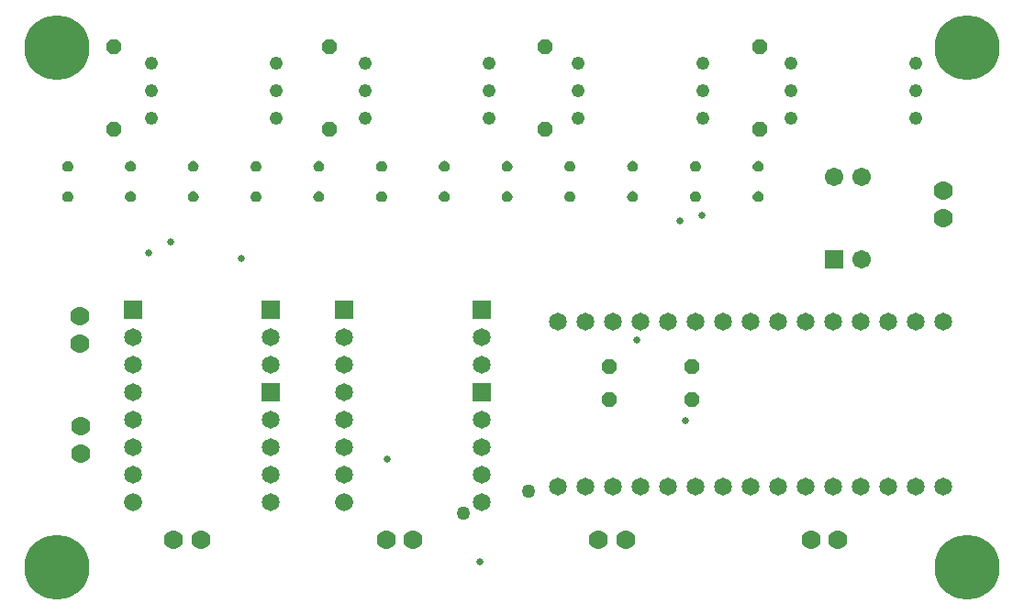
<source format=gbr>
G04 EAGLE Gerber RS-274X export*
G75*
%MOMM*%
%FSLAX34Y34*%
%LPD*%
%INSoldermask Top*%
%IPPOS*%
%AMOC8*
5,1,8,0,0,1.08239X$1,22.5*%
G01*
%ADD10C,6.000000*%
%ADD11C,3.327000*%
%ADD12P,1.457113X8X292.500000*%
%ADD13C,1.777000*%
%ADD14C,1.222000*%
%ADD15C,1.651000*%
%ADD16R,1.651000X1.651000*%
%ADD17C,1.666241*%
%ADD18R,1.707000X1.707000*%
%ADD19C,1.707000*%
%ADD20P,1.457113X8X202.500000*%
%ADD21P,1.457113X8X22.500000*%
%ADD22C,0.635000*%
%ADD23C,1.270000*%

G36*
X40148Y367132D02*
X40148Y367132D01*
X40239Y367131D01*
X41203Y367262D01*
X41251Y367278D01*
X41340Y367297D01*
X42251Y367639D01*
X42294Y367665D01*
X42378Y367704D01*
X43189Y368241D01*
X43225Y368276D01*
X43298Y368332D01*
X43970Y369036D01*
X43998Y369078D01*
X44056Y369149D01*
X44554Y369985D01*
X44555Y369988D01*
X44557Y369990D01*
X44563Y370009D01*
X44572Y370032D01*
X44612Y370114D01*
X44912Y371040D01*
X44919Y371090D01*
X44941Y371179D01*
X45027Y372148D01*
X45023Y372195D01*
X45026Y372270D01*
X44924Y373246D01*
X44910Y373294D01*
X44894Y373384D01*
X44578Y374313D01*
X44554Y374357D01*
X44517Y374442D01*
X44003Y375277D01*
X43969Y375314D01*
X43915Y375389D01*
X43227Y376089D01*
X43186Y376118D01*
X43117Y376178D01*
X42290Y376707D01*
X42244Y376726D01*
X42163Y376770D01*
X41240Y377102D01*
X41190Y377110D01*
X41101Y377135D01*
X40127Y377253D01*
X40077Y377250D01*
X39991Y377254D01*
X38989Y377159D01*
X38940Y377145D01*
X38850Y377129D01*
X37894Y376813D01*
X37849Y376789D01*
X37765Y376754D01*
X36904Y376232D01*
X36866Y376199D01*
X36791Y376146D01*
X36067Y375446D01*
X36038Y375405D01*
X35977Y375336D01*
X35427Y374493D01*
X35407Y374447D01*
X35363Y374366D01*
X35015Y373422D01*
X35006Y373372D01*
X34981Y373284D01*
X34851Y372286D01*
X34853Y372243D01*
X34852Y372117D01*
X34991Y371106D01*
X35007Y371058D01*
X35026Y370968D01*
X35388Y370013D01*
X35414Y369970D01*
X35453Y369886D01*
X36017Y369036D01*
X36052Y368999D01*
X36109Y368927D01*
X36849Y368223D01*
X36891Y368195D01*
X36962Y368137D01*
X37840Y367616D01*
X37887Y367598D01*
X37969Y367557D01*
X38941Y367244D01*
X38991Y367237D01*
X39080Y367216D01*
X40098Y367127D01*
X40148Y367132D01*
G37*
G36*
X387661Y367132D02*
X387661Y367132D01*
X387752Y367131D01*
X388716Y367262D01*
X388764Y367278D01*
X388853Y367297D01*
X389764Y367639D01*
X389807Y367665D01*
X389891Y367704D01*
X390702Y368241D01*
X390738Y368276D01*
X390811Y368332D01*
X391483Y369036D01*
X391511Y369078D01*
X391569Y369149D01*
X392067Y369985D01*
X392068Y369988D01*
X392070Y369990D01*
X392076Y370009D01*
X392085Y370032D01*
X392125Y370114D01*
X392425Y371040D01*
X392432Y371090D01*
X392454Y371179D01*
X392540Y372148D01*
X392536Y372195D01*
X392539Y372270D01*
X392437Y373246D01*
X392423Y373294D01*
X392407Y373384D01*
X392091Y374313D01*
X392067Y374357D01*
X392030Y374442D01*
X391516Y375277D01*
X391482Y375314D01*
X391428Y375389D01*
X390740Y376089D01*
X390699Y376118D01*
X390630Y376178D01*
X389803Y376707D01*
X389757Y376726D01*
X389676Y376770D01*
X388753Y377102D01*
X388703Y377110D01*
X388614Y377135D01*
X387640Y377253D01*
X387590Y377250D01*
X387504Y377254D01*
X386502Y377159D01*
X386453Y377145D01*
X386363Y377129D01*
X385407Y376813D01*
X385362Y376789D01*
X385278Y376754D01*
X384417Y376232D01*
X384379Y376199D01*
X384304Y376146D01*
X383580Y375446D01*
X383551Y375405D01*
X383490Y375336D01*
X382940Y374493D01*
X382920Y374447D01*
X382876Y374366D01*
X382528Y373422D01*
X382519Y373372D01*
X382494Y373284D01*
X382364Y372286D01*
X382366Y372243D01*
X382365Y372117D01*
X382504Y371106D01*
X382520Y371058D01*
X382539Y370968D01*
X382901Y370013D01*
X382927Y369970D01*
X382966Y369886D01*
X383530Y369036D01*
X383565Y368999D01*
X383622Y368927D01*
X384362Y368223D01*
X384404Y368195D01*
X384475Y368137D01*
X385353Y367616D01*
X385400Y367598D01*
X385482Y367557D01*
X386454Y367244D01*
X386504Y367237D01*
X386593Y367216D01*
X387611Y367127D01*
X387661Y367132D01*
G37*
G36*
X155986Y367132D02*
X155986Y367132D01*
X156077Y367131D01*
X157041Y367262D01*
X157089Y367278D01*
X157178Y367297D01*
X158089Y367639D01*
X158132Y367665D01*
X158216Y367704D01*
X159027Y368241D01*
X159063Y368276D01*
X159136Y368332D01*
X159808Y369036D01*
X159836Y369078D01*
X159894Y369149D01*
X160392Y369985D01*
X160393Y369988D01*
X160395Y369990D01*
X160401Y370009D01*
X160410Y370032D01*
X160450Y370114D01*
X160750Y371040D01*
X160757Y371090D01*
X160779Y371179D01*
X160865Y372148D01*
X160861Y372195D01*
X160864Y372270D01*
X160762Y373246D01*
X160748Y373294D01*
X160732Y373384D01*
X160416Y374313D01*
X160392Y374357D01*
X160355Y374442D01*
X159841Y375277D01*
X159807Y375314D01*
X159753Y375389D01*
X159065Y376089D01*
X159024Y376118D01*
X158955Y376178D01*
X158128Y376707D01*
X158082Y376726D01*
X158001Y376770D01*
X157078Y377102D01*
X157028Y377110D01*
X156939Y377135D01*
X155965Y377253D01*
X155915Y377250D01*
X155829Y377254D01*
X154827Y377159D01*
X154778Y377145D01*
X154688Y377129D01*
X153732Y376813D01*
X153687Y376789D01*
X153603Y376754D01*
X152742Y376232D01*
X152704Y376199D01*
X152629Y376146D01*
X151905Y375446D01*
X151876Y375405D01*
X151815Y375336D01*
X151265Y374493D01*
X151245Y374447D01*
X151201Y374366D01*
X150853Y373422D01*
X150844Y373372D01*
X150819Y373284D01*
X150689Y372286D01*
X150691Y372243D01*
X150690Y372117D01*
X150829Y371106D01*
X150845Y371058D01*
X150864Y370968D01*
X151226Y370013D01*
X151252Y369970D01*
X151291Y369886D01*
X151855Y369036D01*
X151890Y368999D01*
X151947Y368927D01*
X152687Y368223D01*
X152729Y368195D01*
X152800Y368137D01*
X153678Y367616D01*
X153725Y367598D01*
X153807Y367557D01*
X154779Y367244D01*
X154829Y367237D01*
X154918Y367216D01*
X155936Y367127D01*
X155986Y367132D01*
G37*
G36*
X677255Y367132D02*
X677255Y367132D01*
X677346Y367131D01*
X678310Y367262D01*
X678358Y367278D01*
X678447Y367297D01*
X679358Y367639D01*
X679401Y367665D01*
X679485Y367704D01*
X680296Y368241D01*
X680332Y368276D01*
X680405Y368332D01*
X681077Y369036D01*
X681105Y369078D01*
X681163Y369149D01*
X681661Y369985D01*
X681662Y369988D01*
X681664Y369990D01*
X681670Y370009D01*
X681679Y370032D01*
X681719Y370114D01*
X682019Y371040D01*
X682026Y371090D01*
X682048Y371179D01*
X682134Y372148D01*
X682130Y372195D01*
X682133Y372270D01*
X682031Y373246D01*
X682017Y373294D01*
X682001Y373384D01*
X681685Y374313D01*
X681661Y374357D01*
X681624Y374442D01*
X681110Y375277D01*
X681076Y375314D01*
X681022Y375389D01*
X680334Y376089D01*
X680293Y376118D01*
X680224Y376178D01*
X679397Y376707D01*
X679351Y376726D01*
X679270Y376770D01*
X678347Y377102D01*
X678297Y377110D01*
X678208Y377135D01*
X677234Y377253D01*
X677184Y377250D01*
X677098Y377254D01*
X676096Y377159D01*
X676047Y377145D01*
X675957Y377129D01*
X675001Y376813D01*
X674956Y376789D01*
X674872Y376754D01*
X674011Y376232D01*
X673973Y376199D01*
X673898Y376146D01*
X673174Y375446D01*
X673145Y375405D01*
X673084Y375336D01*
X672534Y374493D01*
X672514Y374447D01*
X672470Y374366D01*
X672122Y373422D01*
X672113Y373372D01*
X672088Y373284D01*
X671958Y372286D01*
X671960Y372243D01*
X671959Y372117D01*
X672098Y371106D01*
X672114Y371058D01*
X672133Y370968D01*
X672495Y370013D01*
X672521Y369970D01*
X672560Y369886D01*
X673124Y369036D01*
X673159Y368999D01*
X673216Y368927D01*
X673956Y368223D01*
X673998Y368195D01*
X674069Y368137D01*
X674947Y367616D01*
X674994Y367598D01*
X675076Y367557D01*
X676048Y367244D01*
X676098Y367237D01*
X676187Y367216D01*
X677205Y367127D01*
X677255Y367132D01*
G37*
G36*
X213904Y367132D02*
X213904Y367132D01*
X213995Y367131D01*
X214959Y367262D01*
X215007Y367278D01*
X215096Y367297D01*
X216007Y367639D01*
X216050Y367665D01*
X216134Y367704D01*
X216945Y368241D01*
X216981Y368276D01*
X217054Y368332D01*
X217726Y369036D01*
X217754Y369078D01*
X217812Y369149D01*
X218310Y369985D01*
X218311Y369988D01*
X218313Y369990D01*
X218319Y370009D01*
X218328Y370032D01*
X218368Y370114D01*
X218668Y371040D01*
X218675Y371090D01*
X218697Y371179D01*
X218783Y372148D01*
X218779Y372195D01*
X218782Y372270D01*
X218680Y373246D01*
X218666Y373294D01*
X218650Y373384D01*
X218334Y374313D01*
X218310Y374357D01*
X218273Y374442D01*
X217759Y375277D01*
X217725Y375314D01*
X217671Y375389D01*
X216983Y376089D01*
X216942Y376118D01*
X216873Y376178D01*
X216046Y376707D01*
X216000Y376726D01*
X215919Y376770D01*
X214996Y377102D01*
X214946Y377110D01*
X214857Y377135D01*
X213883Y377253D01*
X213833Y377250D01*
X213747Y377254D01*
X212745Y377159D01*
X212696Y377145D01*
X212606Y377129D01*
X211650Y376813D01*
X211605Y376789D01*
X211521Y376754D01*
X210660Y376232D01*
X210622Y376199D01*
X210547Y376146D01*
X209823Y375446D01*
X209794Y375405D01*
X209733Y375336D01*
X209183Y374493D01*
X209163Y374447D01*
X209119Y374366D01*
X208771Y373422D01*
X208762Y373372D01*
X208737Y373284D01*
X208607Y372286D01*
X208609Y372243D01*
X208608Y372117D01*
X208747Y371106D01*
X208763Y371058D01*
X208782Y370968D01*
X209144Y370013D01*
X209170Y369970D01*
X209209Y369886D01*
X209773Y369036D01*
X209808Y368999D01*
X209865Y368927D01*
X210605Y368223D01*
X210647Y368195D01*
X210718Y368137D01*
X211596Y367616D01*
X211643Y367598D01*
X211725Y367557D01*
X212697Y367244D01*
X212747Y367237D01*
X212836Y367216D01*
X213854Y367127D01*
X213904Y367132D01*
G37*
G36*
X445580Y367132D02*
X445580Y367132D01*
X445671Y367131D01*
X446635Y367262D01*
X446683Y367278D01*
X446772Y367297D01*
X447683Y367639D01*
X447726Y367665D01*
X447810Y367704D01*
X448621Y368241D01*
X448657Y368276D01*
X448730Y368332D01*
X449402Y369036D01*
X449430Y369078D01*
X449488Y369149D01*
X449986Y369985D01*
X449987Y369988D01*
X449989Y369990D01*
X449995Y370009D01*
X450004Y370032D01*
X450044Y370114D01*
X450344Y371040D01*
X450351Y371090D01*
X450373Y371179D01*
X450459Y372148D01*
X450455Y372195D01*
X450458Y372270D01*
X450356Y373246D01*
X450342Y373294D01*
X450326Y373384D01*
X450010Y374313D01*
X449986Y374357D01*
X449949Y374442D01*
X449435Y375277D01*
X449401Y375314D01*
X449347Y375389D01*
X448659Y376089D01*
X448618Y376118D01*
X448549Y376178D01*
X447722Y376707D01*
X447676Y376726D01*
X447595Y376770D01*
X446672Y377102D01*
X446622Y377110D01*
X446533Y377135D01*
X445559Y377253D01*
X445509Y377250D01*
X445423Y377254D01*
X444421Y377159D01*
X444372Y377145D01*
X444282Y377129D01*
X443326Y376813D01*
X443281Y376789D01*
X443197Y376754D01*
X442336Y376232D01*
X442298Y376199D01*
X442223Y376146D01*
X441499Y375446D01*
X441470Y375405D01*
X441409Y375336D01*
X440859Y374493D01*
X440839Y374447D01*
X440795Y374366D01*
X440447Y373422D01*
X440438Y373372D01*
X440413Y373284D01*
X440283Y372286D01*
X440285Y372243D01*
X440284Y372117D01*
X440423Y371106D01*
X440439Y371058D01*
X440458Y370968D01*
X440820Y370013D01*
X440846Y369970D01*
X440885Y369886D01*
X441449Y369036D01*
X441484Y368999D01*
X441541Y368927D01*
X442281Y368223D01*
X442323Y368195D01*
X442394Y368137D01*
X443272Y367616D01*
X443319Y367598D01*
X443401Y367557D01*
X444373Y367244D01*
X444423Y367237D01*
X444512Y367216D01*
X445530Y367127D01*
X445580Y367132D01*
G37*
G36*
X98067Y367132D02*
X98067Y367132D01*
X98158Y367131D01*
X99122Y367262D01*
X99170Y367278D01*
X99259Y367297D01*
X100170Y367639D01*
X100213Y367665D01*
X100297Y367704D01*
X101108Y368241D01*
X101144Y368276D01*
X101217Y368332D01*
X101889Y369036D01*
X101917Y369078D01*
X101975Y369149D01*
X102473Y369985D01*
X102474Y369988D01*
X102476Y369990D01*
X102482Y370009D01*
X102491Y370032D01*
X102531Y370114D01*
X102831Y371040D01*
X102838Y371090D01*
X102860Y371179D01*
X102946Y372148D01*
X102942Y372195D01*
X102945Y372270D01*
X102843Y373246D01*
X102829Y373294D01*
X102813Y373384D01*
X102497Y374313D01*
X102473Y374357D01*
X102436Y374442D01*
X101922Y375277D01*
X101888Y375314D01*
X101834Y375389D01*
X101146Y376089D01*
X101105Y376118D01*
X101036Y376178D01*
X100209Y376707D01*
X100163Y376726D01*
X100082Y376770D01*
X99159Y377102D01*
X99109Y377110D01*
X99020Y377135D01*
X98046Y377253D01*
X97996Y377250D01*
X97910Y377254D01*
X96908Y377159D01*
X96859Y377145D01*
X96769Y377129D01*
X95813Y376813D01*
X95768Y376789D01*
X95684Y376754D01*
X94823Y376232D01*
X94785Y376199D01*
X94710Y376146D01*
X93986Y375446D01*
X93957Y375405D01*
X93896Y375336D01*
X93346Y374493D01*
X93326Y374447D01*
X93282Y374366D01*
X92934Y373422D01*
X92925Y373372D01*
X92900Y373284D01*
X92770Y372286D01*
X92772Y372243D01*
X92771Y372117D01*
X92910Y371106D01*
X92926Y371058D01*
X92945Y370968D01*
X93307Y370013D01*
X93333Y369970D01*
X93372Y369886D01*
X93936Y369036D01*
X93971Y368999D01*
X94028Y368927D01*
X94768Y368223D01*
X94810Y368195D01*
X94881Y368137D01*
X95759Y367616D01*
X95806Y367598D01*
X95888Y367557D01*
X96860Y367244D01*
X96910Y367237D01*
X96999Y367216D01*
X98017Y367127D01*
X98067Y367132D01*
G37*
G36*
X271823Y367132D02*
X271823Y367132D01*
X271914Y367131D01*
X272878Y367262D01*
X272926Y367278D01*
X273015Y367297D01*
X273926Y367639D01*
X273969Y367665D01*
X274053Y367704D01*
X274864Y368241D01*
X274900Y368276D01*
X274973Y368332D01*
X275645Y369036D01*
X275673Y369078D01*
X275731Y369149D01*
X276229Y369985D01*
X276230Y369988D01*
X276232Y369990D01*
X276238Y370009D01*
X276247Y370032D01*
X276287Y370114D01*
X276587Y371040D01*
X276594Y371090D01*
X276616Y371179D01*
X276702Y372148D01*
X276698Y372195D01*
X276701Y372270D01*
X276599Y373246D01*
X276585Y373294D01*
X276569Y373384D01*
X276253Y374313D01*
X276229Y374357D01*
X276192Y374442D01*
X275678Y375277D01*
X275644Y375314D01*
X275590Y375389D01*
X274902Y376089D01*
X274861Y376118D01*
X274792Y376178D01*
X273965Y376707D01*
X273919Y376726D01*
X273838Y376770D01*
X272915Y377102D01*
X272865Y377110D01*
X272776Y377135D01*
X271802Y377253D01*
X271752Y377250D01*
X271666Y377254D01*
X270664Y377159D01*
X270615Y377145D01*
X270525Y377129D01*
X269569Y376813D01*
X269524Y376789D01*
X269440Y376754D01*
X268579Y376232D01*
X268541Y376199D01*
X268466Y376146D01*
X267742Y375446D01*
X267713Y375405D01*
X267652Y375336D01*
X267102Y374493D01*
X267082Y374447D01*
X267038Y374366D01*
X266690Y373422D01*
X266681Y373372D01*
X266656Y373284D01*
X266526Y372286D01*
X266528Y372243D01*
X266527Y372117D01*
X266666Y371106D01*
X266682Y371058D01*
X266701Y370968D01*
X267063Y370013D01*
X267089Y369970D01*
X267128Y369886D01*
X267692Y369036D01*
X267727Y368999D01*
X267784Y368927D01*
X268524Y368223D01*
X268566Y368195D01*
X268637Y368137D01*
X269515Y367616D01*
X269562Y367598D01*
X269644Y367557D01*
X270616Y367244D01*
X270666Y367237D01*
X270755Y367216D01*
X271773Y367127D01*
X271823Y367132D01*
G37*
G36*
X503499Y367132D02*
X503499Y367132D01*
X503590Y367131D01*
X504554Y367262D01*
X504602Y367278D01*
X504691Y367297D01*
X505602Y367639D01*
X505645Y367665D01*
X505729Y367704D01*
X506540Y368241D01*
X506576Y368276D01*
X506649Y368332D01*
X507321Y369036D01*
X507349Y369078D01*
X507407Y369149D01*
X507905Y369985D01*
X507906Y369988D01*
X507908Y369990D01*
X507914Y370009D01*
X507923Y370032D01*
X507963Y370114D01*
X508263Y371040D01*
X508270Y371090D01*
X508292Y371179D01*
X508378Y372148D01*
X508374Y372195D01*
X508377Y372270D01*
X508275Y373246D01*
X508261Y373294D01*
X508245Y373384D01*
X507929Y374313D01*
X507905Y374357D01*
X507868Y374442D01*
X507354Y375277D01*
X507320Y375314D01*
X507266Y375389D01*
X506578Y376089D01*
X506537Y376118D01*
X506468Y376178D01*
X505641Y376707D01*
X505595Y376726D01*
X505514Y376770D01*
X504591Y377102D01*
X504541Y377110D01*
X504452Y377135D01*
X503478Y377253D01*
X503428Y377250D01*
X503342Y377254D01*
X502340Y377159D01*
X502291Y377145D01*
X502201Y377129D01*
X501245Y376813D01*
X501200Y376789D01*
X501116Y376754D01*
X500255Y376232D01*
X500217Y376199D01*
X500142Y376146D01*
X499418Y375446D01*
X499389Y375405D01*
X499328Y375336D01*
X498778Y374493D01*
X498758Y374447D01*
X498714Y374366D01*
X498366Y373422D01*
X498357Y373372D01*
X498332Y373284D01*
X498202Y372286D01*
X498204Y372243D01*
X498203Y372117D01*
X498342Y371106D01*
X498358Y371058D01*
X498377Y370968D01*
X498739Y370013D01*
X498765Y369970D01*
X498804Y369886D01*
X499368Y369036D01*
X499403Y368999D01*
X499460Y368927D01*
X500200Y368223D01*
X500242Y368195D01*
X500313Y368137D01*
X501191Y367616D01*
X501238Y367598D01*
X501320Y367557D01*
X502292Y367244D01*
X502342Y367237D01*
X502431Y367216D01*
X503449Y367127D01*
X503499Y367132D01*
G37*
G36*
X329742Y367132D02*
X329742Y367132D01*
X329833Y367131D01*
X330797Y367262D01*
X330845Y367278D01*
X330934Y367297D01*
X331845Y367639D01*
X331888Y367665D01*
X331972Y367704D01*
X332783Y368241D01*
X332819Y368276D01*
X332892Y368332D01*
X333564Y369036D01*
X333592Y369078D01*
X333650Y369149D01*
X334148Y369985D01*
X334149Y369988D01*
X334151Y369990D01*
X334157Y370009D01*
X334166Y370032D01*
X334206Y370114D01*
X334506Y371040D01*
X334513Y371090D01*
X334535Y371179D01*
X334621Y372148D01*
X334617Y372195D01*
X334620Y372270D01*
X334518Y373246D01*
X334504Y373294D01*
X334488Y373384D01*
X334172Y374313D01*
X334148Y374357D01*
X334111Y374442D01*
X333597Y375277D01*
X333563Y375314D01*
X333509Y375389D01*
X332821Y376089D01*
X332780Y376118D01*
X332711Y376178D01*
X331884Y376707D01*
X331838Y376726D01*
X331757Y376770D01*
X330834Y377102D01*
X330784Y377110D01*
X330695Y377135D01*
X329721Y377253D01*
X329671Y377250D01*
X329585Y377254D01*
X328583Y377159D01*
X328534Y377145D01*
X328444Y377129D01*
X327488Y376813D01*
X327443Y376789D01*
X327359Y376754D01*
X326498Y376232D01*
X326460Y376199D01*
X326385Y376146D01*
X325661Y375446D01*
X325632Y375405D01*
X325571Y375336D01*
X325021Y374493D01*
X325001Y374447D01*
X324957Y374366D01*
X324609Y373422D01*
X324600Y373372D01*
X324575Y373284D01*
X324445Y372286D01*
X324447Y372243D01*
X324446Y372117D01*
X324585Y371106D01*
X324601Y371058D01*
X324620Y370968D01*
X324982Y370013D01*
X325008Y369970D01*
X325047Y369886D01*
X325611Y369036D01*
X325646Y368999D01*
X325703Y368927D01*
X326443Y368223D01*
X326485Y368195D01*
X326556Y368137D01*
X327434Y367616D01*
X327481Y367598D01*
X327563Y367557D01*
X328535Y367244D01*
X328585Y367237D01*
X328674Y367216D01*
X329692Y367127D01*
X329742Y367132D01*
G37*
G36*
X619336Y367132D02*
X619336Y367132D01*
X619427Y367131D01*
X620391Y367262D01*
X620439Y367278D01*
X620528Y367297D01*
X621439Y367639D01*
X621482Y367665D01*
X621566Y367704D01*
X622377Y368241D01*
X622413Y368276D01*
X622486Y368332D01*
X623158Y369036D01*
X623186Y369078D01*
X623244Y369149D01*
X623742Y369985D01*
X623743Y369988D01*
X623745Y369990D01*
X623751Y370009D01*
X623760Y370032D01*
X623800Y370114D01*
X624100Y371040D01*
X624107Y371090D01*
X624129Y371179D01*
X624215Y372148D01*
X624211Y372195D01*
X624214Y372270D01*
X624112Y373246D01*
X624098Y373294D01*
X624082Y373384D01*
X623766Y374313D01*
X623742Y374357D01*
X623705Y374442D01*
X623191Y375277D01*
X623157Y375314D01*
X623103Y375389D01*
X622415Y376089D01*
X622374Y376118D01*
X622305Y376178D01*
X621478Y376707D01*
X621432Y376726D01*
X621351Y376770D01*
X620428Y377102D01*
X620378Y377110D01*
X620289Y377135D01*
X619315Y377253D01*
X619265Y377250D01*
X619179Y377254D01*
X618177Y377159D01*
X618128Y377145D01*
X618038Y377129D01*
X617082Y376813D01*
X617037Y376789D01*
X616953Y376754D01*
X616092Y376232D01*
X616054Y376199D01*
X615979Y376146D01*
X615255Y375446D01*
X615226Y375405D01*
X615165Y375336D01*
X614615Y374493D01*
X614595Y374447D01*
X614551Y374366D01*
X614203Y373422D01*
X614194Y373372D01*
X614169Y373284D01*
X614039Y372286D01*
X614041Y372243D01*
X614040Y372117D01*
X614179Y371106D01*
X614195Y371058D01*
X614214Y370968D01*
X614576Y370013D01*
X614602Y369970D01*
X614641Y369886D01*
X615205Y369036D01*
X615240Y368999D01*
X615297Y368927D01*
X616037Y368223D01*
X616079Y368195D01*
X616150Y368137D01*
X617028Y367616D01*
X617075Y367598D01*
X617157Y367557D01*
X618129Y367244D01*
X618179Y367237D01*
X618268Y367216D01*
X619286Y367127D01*
X619336Y367132D01*
G37*
G36*
X561417Y367132D02*
X561417Y367132D01*
X561508Y367131D01*
X562472Y367262D01*
X562520Y367278D01*
X562609Y367297D01*
X563520Y367639D01*
X563563Y367665D01*
X563647Y367704D01*
X564458Y368241D01*
X564494Y368276D01*
X564567Y368332D01*
X565239Y369036D01*
X565267Y369078D01*
X565325Y369149D01*
X565823Y369985D01*
X565824Y369988D01*
X565826Y369990D01*
X565832Y370009D01*
X565841Y370032D01*
X565881Y370114D01*
X566181Y371040D01*
X566188Y371090D01*
X566210Y371179D01*
X566296Y372148D01*
X566292Y372195D01*
X566295Y372270D01*
X566193Y373246D01*
X566179Y373294D01*
X566163Y373384D01*
X565847Y374313D01*
X565823Y374357D01*
X565786Y374442D01*
X565272Y375277D01*
X565238Y375314D01*
X565184Y375389D01*
X564496Y376089D01*
X564455Y376118D01*
X564386Y376178D01*
X563559Y376707D01*
X563513Y376726D01*
X563432Y376770D01*
X562509Y377102D01*
X562459Y377110D01*
X562370Y377135D01*
X561396Y377253D01*
X561346Y377250D01*
X561260Y377254D01*
X560258Y377159D01*
X560209Y377145D01*
X560119Y377129D01*
X559163Y376813D01*
X559118Y376789D01*
X559034Y376754D01*
X558173Y376232D01*
X558135Y376199D01*
X558060Y376146D01*
X557336Y375446D01*
X557307Y375405D01*
X557246Y375336D01*
X556696Y374493D01*
X556676Y374447D01*
X556632Y374366D01*
X556284Y373422D01*
X556275Y373372D01*
X556250Y373284D01*
X556120Y372286D01*
X556122Y372243D01*
X556121Y372117D01*
X556260Y371106D01*
X556276Y371058D01*
X556295Y370968D01*
X556657Y370013D01*
X556683Y369970D01*
X556722Y369886D01*
X557286Y369036D01*
X557321Y368999D01*
X557378Y368927D01*
X558118Y368223D01*
X558160Y368195D01*
X558231Y368137D01*
X559109Y367616D01*
X559156Y367598D01*
X559238Y367557D01*
X560210Y367244D01*
X560260Y367237D01*
X560349Y367216D01*
X561367Y367127D01*
X561417Y367132D01*
G37*
G36*
X387661Y395123D02*
X387661Y395123D01*
X387752Y395122D01*
X388716Y395253D01*
X388764Y395269D01*
X388853Y395288D01*
X389764Y395630D01*
X389807Y395656D01*
X389891Y395695D01*
X390702Y396232D01*
X390738Y396267D01*
X390811Y396323D01*
X391483Y397027D01*
X391511Y397069D01*
X391569Y397140D01*
X392067Y397976D01*
X392068Y397979D01*
X392070Y397981D01*
X392076Y398001D01*
X392085Y398023D01*
X392125Y398105D01*
X392425Y399031D01*
X392432Y399081D01*
X392454Y399170D01*
X392540Y400139D01*
X392536Y400186D01*
X392539Y400261D01*
X392437Y401237D01*
X392423Y401285D01*
X392407Y401375D01*
X392091Y402304D01*
X392067Y402348D01*
X392030Y402433D01*
X391516Y403268D01*
X391482Y403305D01*
X391428Y403380D01*
X390740Y404080D01*
X390699Y404109D01*
X390630Y404169D01*
X389803Y404698D01*
X389757Y404717D01*
X389676Y404761D01*
X388753Y405093D01*
X388703Y405101D01*
X388614Y405126D01*
X387640Y405244D01*
X387590Y405241D01*
X387504Y405245D01*
X386502Y405150D01*
X386453Y405136D01*
X386363Y405120D01*
X385407Y404804D01*
X385362Y404780D01*
X385278Y404745D01*
X384417Y404223D01*
X384379Y404190D01*
X384304Y404137D01*
X383580Y403437D01*
X383551Y403396D01*
X383490Y403327D01*
X382940Y402484D01*
X382920Y402438D01*
X382876Y402357D01*
X382528Y401413D01*
X382519Y401363D01*
X382494Y401275D01*
X382364Y400277D01*
X382366Y400234D01*
X382365Y400108D01*
X382504Y399097D01*
X382520Y399049D01*
X382539Y398959D01*
X382901Y398004D01*
X382927Y397961D01*
X382966Y397877D01*
X383530Y397027D01*
X383565Y396990D01*
X383622Y396918D01*
X384362Y396214D01*
X384404Y396186D01*
X384475Y396128D01*
X385353Y395607D01*
X385400Y395589D01*
X385482Y395548D01*
X386454Y395235D01*
X386504Y395228D01*
X386593Y395207D01*
X387611Y395118D01*
X387661Y395123D01*
G37*
G36*
X329742Y395123D02*
X329742Y395123D01*
X329833Y395122D01*
X330797Y395253D01*
X330845Y395269D01*
X330934Y395288D01*
X331845Y395630D01*
X331888Y395656D01*
X331972Y395695D01*
X332783Y396232D01*
X332819Y396267D01*
X332892Y396323D01*
X333564Y397027D01*
X333592Y397069D01*
X333650Y397140D01*
X334148Y397976D01*
X334149Y397979D01*
X334151Y397981D01*
X334157Y398001D01*
X334166Y398023D01*
X334206Y398105D01*
X334506Y399031D01*
X334513Y399081D01*
X334535Y399170D01*
X334621Y400139D01*
X334617Y400186D01*
X334620Y400261D01*
X334518Y401237D01*
X334504Y401285D01*
X334488Y401375D01*
X334172Y402304D01*
X334148Y402348D01*
X334111Y402433D01*
X333597Y403268D01*
X333563Y403305D01*
X333509Y403380D01*
X332821Y404080D01*
X332780Y404109D01*
X332711Y404169D01*
X331884Y404698D01*
X331838Y404717D01*
X331757Y404761D01*
X330834Y405093D01*
X330784Y405101D01*
X330695Y405126D01*
X329721Y405244D01*
X329671Y405241D01*
X329585Y405245D01*
X328583Y405150D01*
X328534Y405136D01*
X328444Y405120D01*
X327488Y404804D01*
X327443Y404780D01*
X327359Y404745D01*
X326498Y404223D01*
X326460Y404190D01*
X326385Y404137D01*
X325661Y403437D01*
X325632Y403396D01*
X325571Y403327D01*
X325021Y402484D01*
X325001Y402438D01*
X324957Y402357D01*
X324609Y401413D01*
X324600Y401363D01*
X324575Y401275D01*
X324445Y400277D01*
X324447Y400234D01*
X324446Y400108D01*
X324585Y399097D01*
X324601Y399049D01*
X324620Y398959D01*
X324982Y398004D01*
X325008Y397961D01*
X325047Y397877D01*
X325611Y397027D01*
X325646Y396990D01*
X325703Y396918D01*
X326443Y396214D01*
X326485Y396186D01*
X326556Y396128D01*
X327434Y395607D01*
X327481Y395589D01*
X327563Y395548D01*
X328535Y395235D01*
X328585Y395228D01*
X328674Y395207D01*
X329692Y395118D01*
X329742Y395123D01*
G37*
G36*
X561417Y395123D02*
X561417Y395123D01*
X561508Y395122D01*
X562472Y395253D01*
X562520Y395269D01*
X562609Y395288D01*
X563520Y395630D01*
X563563Y395656D01*
X563647Y395695D01*
X564458Y396232D01*
X564494Y396267D01*
X564567Y396323D01*
X565239Y397027D01*
X565267Y397069D01*
X565325Y397140D01*
X565823Y397976D01*
X565824Y397979D01*
X565826Y397981D01*
X565832Y398001D01*
X565841Y398023D01*
X565881Y398105D01*
X566181Y399031D01*
X566188Y399081D01*
X566210Y399170D01*
X566296Y400139D01*
X566292Y400186D01*
X566295Y400261D01*
X566193Y401237D01*
X566179Y401285D01*
X566163Y401375D01*
X565847Y402304D01*
X565823Y402348D01*
X565786Y402433D01*
X565272Y403268D01*
X565238Y403305D01*
X565184Y403380D01*
X564496Y404080D01*
X564455Y404109D01*
X564386Y404169D01*
X563559Y404698D01*
X563513Y404717D01*
X563432Y404761D01*
X562509Y405093D01*
X562459Y405101D01*
X562370Y405126D01*
X561396Y405244D01*
X561346Y405241D01*
X561260Y405245D01*
X560258Y405150D01*
X560209Y405136D01*
X560119Y405120D01*
X559163Y404804D01*
X559118Y404780D01*
X559034Y404745D01*
X558173Y404223D01*
X558135Y404190D01*
X558060Y404137D01*
X557336Y403437D01*
X557307Y403396D01*
X557246Y403327D01*
X556696Y402484D01*
X556676Y402438D01*
X556632Y402357D01*
X556284Y401413D01*
X556275Y401363D01*
X556250Y401275D01*
X556120Y400277D01*
X556122Y400234D01*
X556121Y400108D01*
X556260Y399097D01*
X556276Y399049D01*
X556295Y398959D01*
X556657Y398004D01*
X556683Y397961D01*
X556722Y397877D01*
X557286Y397027D01*
X557321Y396990D01*
X557378Y396918D01*
X558118Y396214D01*
X558160Y396186D01*
X558231Y396128D01*
X559109Y395607D01*
X559156Y395589D01*
X559238Y395548D01*
X560210Y395235D01*
X560260Y395228D01*
X560349Y395207D01*
X561367Y395118D01*
X561417Y395123D01*
G37*
G36*
X619336Y395123D02*
X619336Y395123D01*
X619427Y395122D01*
X620391Y395253D01*
X620439Y395269D01*
X620528Y395288D01*
X621439Y395630D01*
X621482Y395656D01*
X621566Y395695D01*
X622377Y396232D01*
X622413Y396267D01*
X622486Y396323D01*
X623158Y397027D01*
X623186Y397069D01*
X623244Y397140D01*
X623742Y397976D01*
X623743Y397979D01*
X623745Y397981D01*
X623751Y398001D01*
X623760Y398023D01*
X623800Y398105D01*
X624100Y399031D01*
X624107Y399081D01*
X624129Y399170D01*
X624215Y400139D01*
X624211Y400186D01*
X624214Y400261D01*
X624112Y401237D01*
X624098Y401285D01*
X624082Y401375D01*
X623766Y402304D01*
X623742Y402348D01*
X623705Y402433D01*
X623191Y403268D01*
X623157Y403305D01*
X623103Y403380D01*
X622415Y404080D01*
X622374Y404109D01*
X622305Y404169D01*
X621478Y404698D01*
X621432Y404717D01*
X621351Y404761D01*
X620428Y405093D01*
X620378Y405101D01*
X620289Y405126D01*
X619315Y405244D01*
X619265Y405241D01*
X619179Y405245D01*
X618177Y405150D01*
X618128Y405136D01*
X618038Y405120D01*
X617082Y404804D01*
X617037Y404780D01*
X616953Y404745D01*
X616092Y404223D01*
X616054Y404190D01*
X615979Y404137D01*
X615255Y403437D01*
X615226Y403396D01*
X615165Y403327D01*
X614615Y402484D01*
X614595Y402438D01*
X614551Y402357D01*
X614203Y401413D01*
X614194Y401363D01*
X614169Y401275D01*
X614039Y400277D01*
X614041Y400234D01*
X614040Y400108D01*
X614179Y399097D01*
X614195Y399049D01*
X614214Y398959D01*
X614576Y398004D01*
X614602Y397961D01*
X614641Y397877D01*
X615205Y397027D01*
X615240Y396990D01*
X615297Y396918D01*
X616037Y396214D01*
X616079Y396186D01*
X616150Y396128D01*
X617028Y395607D01*
X617075Y395589D01*
X617157Y395548D01*
X618129Y395235D01*
X618179Y395228D01*
X618268Y395207D01*
X619286Y395118D01*
X619336Y395123D01*
G37*
G36*
X503499Y395123D02*
X503499Y395123D01*
X503590Y395122D01*
X504554Y395253D01*
X504602Y395269D01*
X504691Y395288D01*
X505602Y395630D01*
X505645Y395656D01*
X505729Y395695D01*
X506540Y396232D01*
X506576Y396267D01*
X506649Y396323D01*
X507321Y397027D01*
X507349Y397069D01*
X507407Y397140D01*
X507905Y397976D01*
X507906Y397979D01*
X507908Y397981D01*
X507914Y398001D01*
X507923Y398023D01*
X507963Y398105D01*
X508263Y399031D01*
X508270Y399081D01*
X508292Y399170D01*
X508378Y400139D01*
X508374Y400186D01*
X508377Y400261D01*
X508275Y401237D01*
X508261Y401285D01*
X508245Y401375D01*
X507929Y402304D01*
X507905Y402348D01*
X507868Y402433D01*
X507354Y403268D01*
X507320Y403305D01*
X507266Y403380D01*
X506578Y404080D01*
X506537Y404109D01*
X506468Y404169D01*
X505641Y404698D01*
X505595Y404717D01*
X505514Y404761D01*
X504591Y405093D01*
X504541Y405101D01*
X504452Y405126D01*
X503478Y405244D01*
X503428Y405241D01*
X503342Y405245D01*
X502340Y405150D01*
X502291Y405136D01*
X502201Y405120D01*
X501245Y404804D01*
X501200Y404780D01*
X501116Y404745D01*
X500255Y404223D01*
X500217Y404190D01*
X500142Y404137D01*
X499418Y403437D01*
X499389Y403396D01*
X499328Y403327D01*
X498778Y402484D01*
X498758Y402438D01*
X498714Y402357D01*
X498366Y401413D01*
X498357Y401363D01*
X498332Y401275D01*
X498202Y400277D01*
X498204Y400234D01*
X498203Y400108D01*
X498342Y399097D01*
X498358Y399049D01*
X498377Y398959D01*
X498739Y398004D01*
X498765Y397961D01*
X498804Y397877D01*
X499368Y397027D01*
X499403Y396990D01*
X499460Y396918D01*
X500200Y396214D01*
X500242Y396186D01*
X500313Y396128D01*
X501191Y395607D01*
X501238Y395589D01*
X501320Y395548D01*
X502292Y395235D01*
X502342Y395228D01*
X502431Y395207D01*
X503449Y395118D01*
X503499Y395123D01*
G37*
G36*
X445580Y395123D02*
X445580Y395123D01*
X445671Y395122D01*
X446635Y395253D01*
X446683Y395269D01*
X446772Y395288D01*
X447683Y395630D01*
X447726Y395656D01*
X447810Y395695D01*
X448621Y396232D01*
X448657Y396267D01*
X448730Y396323D01*
X449402Y397027D01*
X449430Y397069D01*
X449488Y397140D01*
X449986Y397976D01*
X449987Y397979D01*
X449989Y397981D01*
X449995Y398001D01*
X450004Y398023D01*
X450044Y398105D01*
X450344Y399031D01*
X450351Y399081D01*
X450373Y399170D01*
X450459Y400139D01*
X450455Y400186D01*
X450458Y400261D01*
X450356Y401237D01*
X450342Y401285D01*
X450326Y401375D01*
X450010Y402304D01*
X449986Y402348D01*
X449949Y402433D01*
X449435Y403268D01*
X449401Y403305D01*
X449347Y403380D01*
X448659Y404080D01*
X448618Y404109D01*
X448549Y404169D01*
X447722Y404698D01*
X447676Y404717D01*
X447595Y404761D01*
X446672Y405093D01*
X446622Y405101D01*
X446533Y405126D01*
X445559Y405244D01*
X445509Y405241D01*
X445423Y405245D01*
X444421Y405150D01*
X444372Y405136D01*
X444282Y405120D01*
X443326Y404804D01*
X443281Y404780D01*
X443197Y404745D01*
X442336Y404223D01*
X442298Y404190D01*
X442223Y404137D01*
X441499Y403437D01*
X441470Y403396D01*
X441409Y403327D01*
X440859Y402484D01*
X440839Y402438D01*
X440795Y402357D01*
X440447Y401413D01*
X440438Y401363D01*
X440413Y401275D01*
X440283Y400277D01*
X440285Y400234D01*
X440284Y400108D01*
X440423Y399097D01*
X440439Y399049D01*
X440458Y398959D01*
X440820Y398004D01*
X440846Y397961D01*
X440885Y397877D01*
X441449Y397027D01*
X441484Y396990D01*
X441541Y396918D01*
X442281Y396214D01*
X442323Y396186D01*
X442394Y396128D01*
X443272Y395607D01*
X443319Y395589D01*
X443401Y395548D01*
X444373Y395235D01*
X444423Y395228D01*
X444512Y395207D01*
X445530Y395118D01*
X445580Y395123D01*
G37*
G36*
X271823Y395123D02*
X271823Y395123D01*
X271914Y395122D01*
X272878Y395253D01*
X272926Y395269D01*
X273015Y395288D01*
X273926Y395630D01*
X273969Y395656D01*
X274053Y395695D01*
X274864Y396232D01*
X274900Y396267D01*
X274973Y396323D01*
X275645Y397027D01*
X275673Y397069D01*
X275731Y397140D01*
X276229Y397976D01*
X276230Y397979D01*
X276232Y397981D01*
X276238Y398001D01*
X276247Y398023D01*
X276287Y398105D01*
X276587Y399031D01*
X276594Y399081D01*
X276616Y399170D01*
X276702Y400139D01*
X276698Y400186D01*
X276701Y400261D01*
X276599Y401237D01*
X276585Y401285D01*
X276569Y401375D01*
X276253Y402304D01*
X276229Y402348D01*
X276192Y402433D01*
X275678Y403268D01*
X275644Y403305D01*
X275590Y403380D01*
X274902Y404080D01*
X274861Y404109D01*
X274792Y404169D01*
X273965Y404698D01*
X273919Y404717D01*
X273838Y404761D01*
X272915Y405093D01*
X272865Y405101D01*
X272776Y405126D01*
X271802Y405244D01*
X271752Y405241D01*
X271666Y405245D01*
X270664Y405150D01*
X270615Y405136D01*
X270525Y405120D01*
X269569Y404804D01*
X269524Y404780D01*
X269440Y404745D01*
X268579Y404223D01*
X268541Y404190D01*
X268466Y404137D01*
X267742Y403437D01*
X267713Y403396D01*
X267652Y403327D01*
X267102Y402484D01*
X267082Y402438D01*
X267038Y402357D01*
X266690Y401413D01*
X266681Y401363D01*
X266656Y401275D01*
X266526Y400277D01*
X266528Y400234D01*
X266527Y400108D01*
X266666Y399097D01*
X266682Y399049D01*
X266701Y398959D01*
X267063Y398004D01*
X267089Y397961D01*
X267128Y397877D01*
X267692Y397027D01*
X267727Y396990D01*
X267784Y396918D01*
X268524Y396214D01*
X268566Y396186D01*
X268637Y396128D01*
X269515Y395607D01*
X269562Y395589D01*
X269644Y395548D01*
X270616Y395235D01*
X270666Y395228D01*
X270755Y395207D01*
X271773Y395118D01*
X271823Y395123D01*
G37*
G36*
X155986Y395123D02*
X155986Y395123D01*
X156077Y395122D01*
X157041Y395253D01*
X157089Y395269D01*
X157178Y395288D01*
X158089Y395630D01*
X158132Y395656D01*
X158216Y395695D01*
X159027Y396232D01*
X159063Y396267D01*
X159136Y396323D01*
X159808Y397027D01*
X159836Y397069D01*
X159894Y397140D01*
X160392Y397976D01*
X160393Y397979D01*
X160395Y397981D01*
X160401Y398001D01*
X160410Y398023D01*
X160450Y398105D01*
X160750Y399031D01*
X160757Y399081D01*
X160779Y399170D01*
X160865Y400139D01*
X160861Y400186D01*
X160864Y400261D01*
X160762Y401237D01*
X160748Y401285D01*
X160732Y401375D01*
X160416Y402304D01*
X160392Y402348D01*
X160355Y402433D01*
X159841Y403268D01*
X159807Y403305D01*
X159753Y403380D01*
X159065Y404080D01*
X159024Y404109D01*
X158955Y404169D01*
X158128Y404698D01*
X158082Y404717D01*
X158001Y404761D01*
X157078Y405093D01*
X157028Y405101D01*
X156939Y405126D01*
X155965Y405244D01*
X155915Y405241D01*
X155829Y405245D01*
X154827Y405150D01*
X154778Y405136D01*
X154688Y405120D01*
X153732Y404804D01*
X153687Y404780D01*
X153603Y404745D01*
X152742Y404223D01*
X152704Y404190D01*
X152629Y404137D01*
X151905Y403437D01*
X151876Y403396D01*
X151815Y403327D01*
X151265Y402484D01*
X151245Y402438D01*
X151201Y402357D01*
X150853Y401413D01*
X150844Y401363D01*
X150819Y401275D01*
X150689Y400277D01*
X150691Y400234D01*
X150690Y400108D01*
X150829Y399097D01*
X150845Y399049D01*
X150864Y398959D01*
X151226Y398004D01*
X151252Y397961D01*
X151291Y397877D01*
X151855Y397027D01*
X151890Y396990D01*
X151947Y396918D01*
X152687Y396214D01*
X152729Y396186D01*
X152800Y396128D01*
X153678Y395607D01*
X153725Y395589D01*
X153807Y395548D01*
X154779Y395235D01*
X154829Y395228D01*
X154918Y395207D01*
X155936Y395118D01*
X155986Y395123D01*
G37*
G36*
X677255Y395123D02*
X677255Y395123D01*
X677346Y395122D01*
X678310Y395253D01*
X678358Y395269D01*
X678447Y395288D01*
X679358Y395630D01*
X679401Y395656D01*
X679485Y395695D01*
X680296Y396232D01*
X680332Y396267D01*
X680405Y396323D01*
X681077Y397027D01*
X681105Y397069D01*
X681163Y397140D01*
X681661Y397976D01*
X681662Y397979D01*
X681664Y397981D01*
X681670Y398001D01*
X681679Y398023D01*
X681719Y398105D01*
X682019Y399031D01*
X682026Y399081D01*
X682048Y399170D01*
X682134Y400139D01*
X682130Y400186D01*
X682133Y400261D01*
X682031Y401237D01*
X682017Y401285D01*
X682001Y401375D01*
X681685Y402304D01*
X681661Y402348D01*
X681624Y402433D01*
X681110Y403268D01*
X681076Y403305D01*
X681022Y403380D01*
X680334Y404080D01*
X680293Y404109D01*
X680224Y404169D01*
X679397Y404698D01*
X679351Y404717D01*
X679270Y404761D01*
X678347Y405093D01*
X678297Y405101D01*
X678208Y405126D01*
X677234Y405244D01*
X677184Y405241D01*
X677098Y405245D01*
X676096Y405150D01*
X676047Y405136D01*
X675957Y405120D01*
X675001Y404804D01*
X674956Y404780D01*
X674872Y404745D01*
X674011Y404223D01*
X673973Y404190D01*
X673898Y404137D01*
X673174Y403437D01*
X673145Y403396D01*
X673084Y403327D01*
X672534Y402484D01*
X672514Y402438D01*
X672470Y402357D01*
X672122Y401413D01*
X672113Y401363D01*
X672088Y401275D01*
X671958Y400277D01*
X671960Y400234D01*
X671959Y400108D01*
X672098Y399097D01*
X672114Y399049D01*
X672133Y398959D01*
X672495Y398004D01*
X672521Y397961D01*
X672560Y397877D01*
X673124Y397027D01*
X673159Y396990D01*
X673216Y396918D01*
X673956Y396214D01*
X673998Y396186D01*
X674069Y396128D01*
X674947Y395607D01*
X674994Y395589D01*
X675076Y395548D01*
X676048Y395235D01*
X676098Y395228D01*
X676187Y395207D01*
X677205Y395118D01*
X677255Y395123D01*
G37*
G36*
X40148Y395123D02*
X40148Y395123D01*
X40239Y395122D01*
X41203Y395253D01*
X41251Y395269D01*
X41340Y395288D01*
X42251Y395630D01*
X42294Y395656D01*
X42378Y395695D01*
X43189Y396232D01*
X43225Y396267D01*
X43298Y396323D01*
X43970Y397027D01*
X43998Y397069D01*
X44056Y397140D01*
X44554Y397976D01*
X44555Y397979D01*
X44557Y397981D01*
X44563Y398001D01*
X44572Y398023D01*
X44612Y398105D01*
X44912Y399031D01*
X44919Y399081D01*
X44941Y399170D01*
X45027Y400139D01*
X45023Y400186D01*
X45026Y400261D01*
X44924Y401237D01*
X44910Y401285D01*
X44894Y401375D01*
X44578Y402304D01*
X44554Y402348D01*
X44517Y402433D01*
X44003Y403268D01*
X43969Y403305D01*
X43915Y403380D01*
X43227Y404080D01*
X43186Y404109D01*
X43117Y404169D01*
X42290Y404698D01*
X42244Y404717D01*
X42163Y404761D01*
X41240Y405093D01*
X41190Y405101D01*
X41101Y405126D01*
X40127Y405244D01*
X40077Y405241D01*
X39991Y405245D01*
X38989Y405150D01*
X38940Y405136D01*
X38850Y405120D01*
X37894Y404804D01*
X37849Y404780D01*
X37765Y404745D01*
X36904Y404223D01*
X36866Y404190D01*
X36791Y404137D01*
X36067Y403437D01*
X36038Y403396D01*
X35977Y403327D01*
X35427Y402484D01*
X35407Y402438D01*
X35363Y402357D01*
X35015Y401413D01*
X35006Y401363D01*
X34981Y401275D01*
X34851Y400277D01*
X34853Y400234D01*
X34852Y400108D01*
X34991Y399097D01*
X35007Y399049D01*
X35026Y398959D01*
X35388Y398004D01*
X35414Y397961D01*
X35453Y397877D01*
X36017Y397027D01*
X36052Y396990D01*
X36109Y396918D01*
X36849Y396214D01*
X36891Y396186D01*
X36962Y396128D01*
X37840Y395607D01*
X37887Y395589D01*
X37969Y395548D01*
X38941Y395235D01*
X38991Y395228D01*
X39080Y395207D01*
X40098Y395118D01*
X40148Y395123D01*
G37*
G36*
X213904Y395123D02*
X213904Y395123D01*
X213995Y395122D01*
X214959Y395253D01*
X215007Y395269D01*
X215096Y395288D01*
X216007Y395630D01*
X216050Y395656D01*
X216134Y395695D01*
X216945Y396232D01*
X216981Y396267D01*
X217054Y396323D01*
X217726Y397027D01*
X217754Y397069D01*
X217812Y397140D01*
X218310Y397976D01*
X218311Y397979D01*
X218313Y397981D01*
X218319Y398001D01*
X218328Y398023D01*
X218368Y398105D01*
X218668Y399031D01*
X218675Y399081D01*
X218697Y399170D01*
X218783Y400139D01*
X218779Y400186D01*
X218782Y400261D01*
X218680Y401237D01*
X218666Y401285D01*
X218650Y401375D01*
X218334Y402304D01*
X218310Y402348D01*
X218273Y402433D01*
X217759Y403268D01*
X217725Y403305D01*
X217671Y403380D01*
X216983Y404080D01*
X216942Y404109D01*
X216873Y404169D01*
X216046Y404698D01*
X216000Y404717D01*
X215919Y404761D01*
X214996Y405093D01*
X214946Y405101D01*
X214857Y405126D01*
X213883Y405244D01*
X213833Y405241D01*
X213747Y405245D01*
X212745Y405150D01*
X212696Y405136D01*
X212606Y405120D01*
X211650Y404804D01*
X211605Y404780D01*
X211521Y404745D01*
X210660Y404223D01*
X210622Y404190D01*
X210547Y404137D01*
X209823Y403437D01*
X209794Y403396D01*
X209733Y403327D01*
X209183Y402484D01*
X209163Y402438D01*
X209119Y402357D01*
X208771Y401413D01*
X208762Y401363D01*
X208737Y401275D01*
X208607Y400277D01*
X208609Y400234D01*
X208608Y400108D01*
X208747Y399097D01*
X208763Y399049D01*
X208782Y398959D01*
X209144Y398004D01*
X209170Y397961D01*
X209209Y397877D01*
X209773Y397027D01*
X209808Y396990D01*
X209865Y396918D01*
X210605Y396214D01*
X210647Y396186D01*
X210718Y396128D01*
X211596Y395607D01*
X211643Y395589D01*
X211725Y395548D01*
X212697Y395235D01*
X212747Y395228D01*
X212836Y395207D01*
X213854Y395118D01*
X213904Y395123D01*
G37*
G36*
X98067Y395123D02*
X98067Y395123D01*
X98158Y395122D01*
X99122Y395253D01*
X99170Y395269D01*
X99259Y395288D01*
X100170Y395630D01*
X100213Y395656D01*
X100297Y395695D01*
X101108Y396232D01*
X101144Y396267D01*
X101217Y396323D01*
X101889Y397027D01*
X101917Y397069D01*
X101975Y397140D01*
X102473Y397976D01*
X102474Y397979D01*
X102476Y397981D01*
X102482Y398001D01*
X102491Y398023D01*
X102531Y398105D01*
X102831Y399031D01*
X102838Y399081D01*
X102860Y399170D01*
X102946Y400139D01*
X102942Y400186D01*
X102945Y400261D01*
X102843Y401237D01*
X102829Y401285D01*
X102813Y401375D01*
X102497Y402304D01*
X102473Y402348D01*
X102436Y402433D01*
X101922Y403268D01*
X101888Y403305D01*
X101834Y403380D01*
X101146Y404080D01*
X101105Y404109D01*
X101036Y404169D01*
X100209Y404698D01*
X100163Y404717D01*
X100082Y404761D01*
X99159Y405093D01*
X99109Y405101D01*
X99020Y405126D01*
X98046Y405244D01*
X97996Y405241D01*
X97910Y405245D01*
X96908Y405150D01*
X96859Y405136D01*
X96769Y405120D01*
X95813Y404804D01*
X95768Y404780D01*
X95684Y404745D01*
X94823Y404223D01*
X94785Y404190D01*
X94710Y404137D01*
X93986Y403437D01*
X93957Y403396D01*
X93896Y403327D01*
X93346Y402484D01*
X93326Y402438D01*
X93282Y402357D01*
X92934Y401413D01*
X92925Y401363D01*
X92900Y401275D01*
X92770Y400277D01*
X92772Y400234D01*
X92771Y400108D01*
X92910Y399097D01*
X92926Y399049D01*
X92945Y398959D01*
X93307Y398004D01*
X93333Y397961D01*
X93372Y397877D01*
X93936Y397027D01*
X93971Y396990D01*
X94028Y396918D01*
X94768Y396214D01*
X94810Y396186D01*
X94881Y396128D01*
X95759Y395607D01*
X95806Y395589D01*
X95888Y395548D01*
X96860Y395235D01*
X96910Y395228D01*
X96999Y395207D01*
X98017Y395118D01*
X98067Y395123D01*
G37*
D10*
X30000Y510000D03*
X30000Y30000D03*
X870000Y510000D03*
X870000Y30000D03*
D11*
X30000Y510000D03*
X30000Y30000D03*
X870000Y510000D03*
X870000Y30000D03*
D12*
X678900Y510500D03*
X678900Y434300D03*
X480033Y510500D03*
X480033Y434300D03*
X281167Y510500D03*
X281167Y434300D03*
X82300Y510500D03*
X82300Y434300D03*
D13*
X725700Y55100D03*
X750700Y55100D03*
X529633Y55100D03*
X554633Y55100D03*
X333567Y55100D03*
X358567Y55100D03*
X137500Y55100D03*
X162500Y55100D03*
X51300Y261550D03*
X51300Y236550D03*
X52000Y160000D03*
X52000Y135000D03*
D14*
X707500Y444500D03*
X707500Y469900D03*
X707500Y495300D03*
X822500Y495300D03*
X822500Y469900D03*
X822500Y444500D03*
X510833Y444500D03*
X510833Y469900D03*
X510833Y495300D03*
X625833Y495300D03*
X625833Y469900D03*
X625833Y444500D03*
X314167Y444500D03*
X314167Y469900D03*
X314167Y495300D03*
X429167Y495300D03*
X429167Y469900D03*
X429167Y444500D03*
X117500Y444500D03*
X117500Y469900D03*
X117500Y495300D03*
X232500Y495300D03*
X232500Y469900D03*
X232500Y444500D03*
D15*
X422300Y89500D03*
X422300Y114900D03*
X422300Y140300D03*
X422300Y165700D03*
D16*
X422300Y191100D03*
D15*
X422300Y216500D03*
X422300Y241900D03*
D16*
X422300Y267300D03*
X295300Y267300D03*
D15*
X295300Y241900D03*
X295300Y216500D03*
X295300Y191100D03*
X295300Y165700D03*
X295300Y140300D03*
X295300Y114900D03*
D17*
X295300Y89500D03*
D15*
X227300Y89500D03*
X227300Y114900D03*
X227300Y140300D03*
X227300Y165700D03*
D16*
X227300Y191100D03*
D15*
X227300Y216500D03*
X227300Y241900D03*
D16*
X227300Y267300D03*
X100300Y267300D03*
D15*
X100300Y241900D03*
X100300Y216500D03*
X100300Y191100D03*
X100300Y165700D03*
X100300Y140300D03*
X100300Y114900D03*
D17*
X100300Y89500D03*
D13*
X848000Y352500D03*
X848000Y377500D03*
D15*
X670000Y256200D03*
X695400Y256200D03*
X720800Y256200D03*
X746200Y256200D03*
X771600Y256200D03*
X797000Y256200D03*
X644600Y256200D03*
X619200Y256200D03*
X593800Y256200D03*
X568400Y256200D03*
X543000Y256200D03*
X517600Y256200D03*
X492200Y256200D03*
X822400Y256200D03*
X670000Y103800D03*
X644600Y103800D03*
X619200Y103800D03*
X593800Y103800D03*
X568400Y103800D03*
X543000Y103800D03*
X695400Y103800D03*
X720800Y103800D03*
X746200Y103800D03*
X771600Y103800D03*
X797000Y103800D03*
X822400Y103800D03*
X847800Y103800D03*
X517600Y103800D03*
X492200Y103800D03*
X847800Y256200D03*
D18*
X747300Y314400D03*
D19*
X747300Y390600D03*
X772700Y314400D03*
X772700Y390600D03*
D20*
X615600Y185000D03*
X539400Y185000D03*
D21*
X539400Y215000D03*
X615600Y215000D03*
D22*
X115000Y320000D03*
X565000Y240000D03*
X625000Y355000D03*
X605000Y350000D03*
D23*
X465000Y100000D03*
X405000Y80000D03*
D22*
X135000Y330000D03*
X420000Y35000D03*
X200000Y315000D03*
X610000Y165000D03*
X335000Y130000D03*
M02*

</source>
